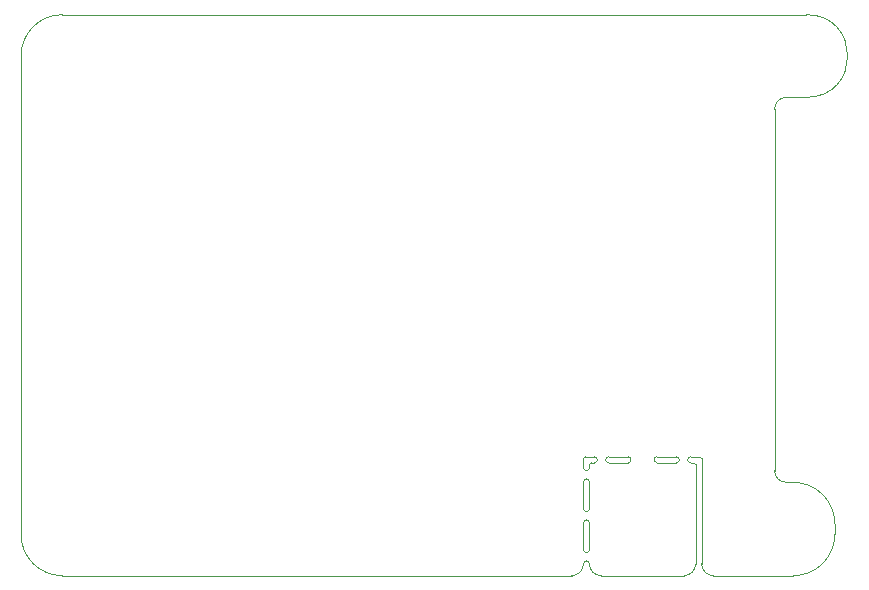
<source format=gbr>
%TF.GenerationSoftware,KiCad,Pcbnew,(5.1.10)-1*%
%TF.CreationDate,2021-08-17T14:43:39+02:00*%
%TF.ProjectId,mowi,6d6f7769-2e6b-4696-9361-645f70636258,v1.0*%
%TF.SameCoordinates,Original*%
%TF.FileFunction,Profile,NP*%
%FSLAX46Y46*%
G04 Gerber Fmt 4.6, Leading zero omitted, Abs format (unit mm)*
G04 Created by KiCad (PCBNEW (5.1.10)-1) date 2021-08-17 14:43:39*
%MOMM*%
%LPD*%
G01*
G04 APERTURE LIST*
%TA.AperFunction,Profile*%
%ADD10C,0.050000*%
%TD*%
G04 APERTURE END LIST*
D10*
X166695000Y-100430000D02*
G75*
G02*
X166695000Y-99930000I0J250000D01*
G01*
X165495000Y-99930000D02*
G75*
G02*
X165495000Y-100430000I0J-250000D01*
G01*
X163850000Y-100430000D02*
G75*
G02*
X163850000Y-99930000I0J250000D01*
G01*
X161400000Y-99930000D02*
G75*
G02*
X161400000Y-100430000I0J-250000D01*
G01*
X159755000Y-100430000D02*
G75*
G02*
X159755000Y-99930000I0J250000D01*
G01*
X158555000Y-99930000D02*
G75*
G02*
X158555000Y-100430000I0J-250000D01*
G01*
X158125000Y-100860000D02*
G75*
G02*
X157625000Y-100860000I-250000J0D01*
G01*
X157625000Y-109000000D02*
G75*
G02*
X158125000Y-109000000I250000J0D01*
G01*
X157625000Y-102060000D02*
G75*
G02*
X158125000Y-102060000I250000J0D01*
G01*
X158125000Y-104330000D02*
G75*
G02*
X157625000Y-104330000I-250000J0D01*
G01*
X157625000Y-105530000D02*
G75*
G02*
X158125000Y-105530000I250000J0D01*
G01*
X158125000Y-107800000D02*
G75*
G02*
X157625000Y-107800000I-250000J0D01*
G01*
X163850000Y-99930000D02*
X165495000Y-99930000D01*
X163850000Y-100430000D02*
X165495000Y-100430000D01*
X161400000Y-99930000D02*
X159755000Y-99930000D01*
X161400000Y-100430000D02*
X159755000Y-100430000D01*
X166695000Y-99930000D02*
X167475000Y-99930000D01*
X166695000Y-100430000D02*
X166975000Y-100430000D01*
X158555000Y-100430000D02*
X158275000Y-100430000D01*
X158555000Y-99930000D02*
X157775000Y-99930000D01*
X157625000Y-100080000D02*
X157625000Y-100860000D01*
X158125000Y-100860000D02*
X158125000Y-100580000D01*
X158125000Y-104330000D02*
X158125000Y-102060000D01*
X157625000Y-104330000D02*
X157625000Y-102060000D01*
X157625000Y-107800000D02*
X157625000Y-105530000D01*
X158125000Y-107800000D02*
X158125000Y-105530000D01*
X159125000Y-110000000D02*
X166125000Y-110000000D01*
X167125000Y-109000000D02*
G75*
G02*
X166125000Y-110000000I-1000000J0D01*
G01*
X167125000Y-100580000D02*
X167125000Y-109000000D01*
X166975000Y-100430000D02*
G75*
G02*
X167125000Y-100580000I0J-150000D01*
G01*
X158125000Y-100580000D02*
G75*
G02*
X158275000Y-100430000I150000J0D01*
G01*
X159125000Y-110000000D02*
G75*
G02*
X158125000Y-109000000I0J1000000D01*
G01*
X157625000Y-109000000D02*
G75*
G02*
X156625000Y-110000000I-1000000J0D01*
G01*
X168625000Y-110000000D02*
G75*
G02*
X167625000Y-109000000I0J1000000D01*
G01*
X167625000Y-100080000D02*
X167625000Y-109000000D01*
X178900000Y-106500000D02*
G75*
G02*
X175400000Y-110000000I-3500000J0D01*
G01*
X168625000Y-110000000D02*
X175400000Y-110000000D01*
X178900000Y-106500000D02*
X178900000Y-105600000D01*
X157625000Y-100080000D02*
G75*
G02*
X157775000Y-99930000I150000J0D01*
G01*
X167475000Y-99930000D02*
G75*
G02*
X167625000Y-100080000I0J-150000D01*
G01*
X113500000Y-110000000D02*
X156625000Y-110000000D01*
X173800000Y-70500000D02*
X173800000Y-101100000D01*
X173800000Y-70500000D02*
G75*
G02*
X174800000Y-69500000I1000000J0D01*
G01*
X176500000Y-62500000D02*
G75*
G02*
X176500000Y-69500000I0J-3500000D01*
G01*
X175400000Y-102100000D02*
G75*
G02*
X178900000Y-105600000I0J-3500000D01*
G01*
X175400000Y-102100000D02*
X174800000Y-102100000D01*
X174800000Y-69500000D02*
X176500000Y-69500000D01*
X174800000Y-102100000D02*
G75*
G02*
X173800000Y-101100000I0J1000000D01*
G01*
X113500000Y-110000000D02*
G75*
G02*
X110000000Y-106500000I0J3500000D01*
G01*
X110000000Y-66000000D02*
G75*
G02*
X113500000Y-62500000I3500000J0D01*
G01*
X110000000Y-66000000D02*
X110000000Y-106500000D01*
X176500000Y-62500000D02*
X113500000Y-62500000D01*
M02*

</source>
